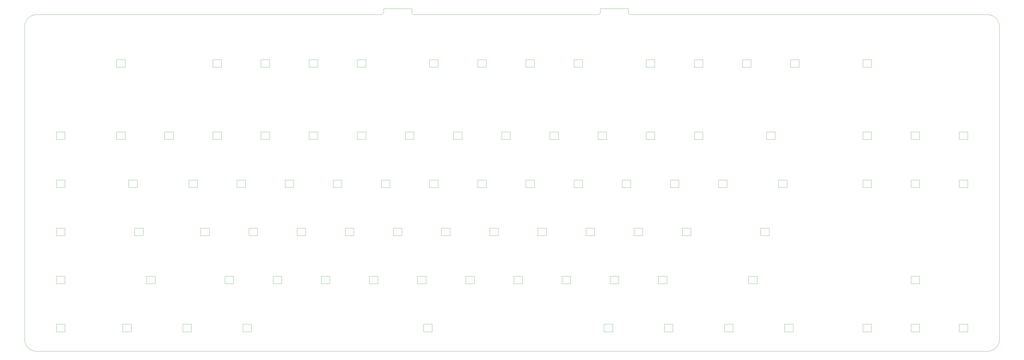
<source format=gm1>
%TF.GenerationSoftware,KiCad,Pcbnew,(5.1.10)-1*%
%TF.CreationDate,2021-10-11T22:19:29-04:00*%
%TF.ProjectId,custom_keyboard,63757374-6f6d-45f6-9b65-79626f617264,rev?*%
%TF.SameCoordinates,Original*%
%TF.FileFunction,Profile,NP*%
%FSLAX46Y46*%
G04 Gerber Fmt 4.6, Leading zero omitted, Abs format (unit mm)*
G04 Created by KiCad (PCBNEW (5.1.10)-1) date 2021-10-11 22:19:29*
%MOMM*%
%LPD*%
G01*
G04 APERTURE LIST*
%TA.AperFunction,Profile*%
%ADD10C,0.100000*%
%TD*%
%TA.AperFunction,Profile*%
%ADD11C,0.050000*%
%TD*%
G04 APERTURE END LIST*
D10*
X138897500Y-174614000D02*
X275413900Y-174614000D01*
X361133500Y-174614000D02*
X288113100Y-174614000D01*
X515111300Y-174614000D02*
X373832700Y-174614000D01*
X373832700Y-174614000D02*
G75*
G02*
X373039000Y-173820300I0J793700D01*
G01*
X361927200Y-173820300D02*
G75*
G02*
X361133500Y-174614000I-793700J0D01*
G01*
X361927200Y-172232900D02*
X361927200Y-173820300D01*
X373039000Y-172232900D02*
X361927200Y-172232900D01*
X373039000Y-173820300D02*
X373039000Y-172232900D01*
X276207600Y-173820300D02*
G75*
G02*
X275413900Y-174614000I-793700J0D01*
G01*
X288113100Y-174614000D02*
G75*
G02*
X287319400Y-173820300I0J793700D01*
G01*
X276207600Y-172232900D02*
X276207600Y-173820300D01*
X287319400Y-172232900D02*
X287319400Y-173820300D01*
X276207600Y-172232900D02*
X287319400Y-172232900D01*
X138897500Y-307955600D02*
X515111300Y-307955600D01*
X519873500Y-303193400D02*
X519873500Y-179376200D01*
X519873500Y-303193400D02*
G75*
G02*
X515111300Y-307955600I-4762200J0D01*
G01*
X515111300Y-174614000D02*
G75*
G02*
X519873500Y-179376200I0J-4762200D01*
G01*
X134135300Y-179376200D02*
G75*
G02*
X138897500Y-174614000I4762200J0D01*
G01*
X134135300Y-303193400D02*
X134135300Y-179376200D01*
X138897500Y-307955600D02*
G75*
G02*
X134135300Y-303193400I0J4762200D01*
G01*
D11*
%TO.C,MX1*%
X170532900Y-192450600D02*
X173932900Y-192450600D01*
X173932900Y-192450600D02*
X173932900Y-195450600D01*
X173932900Y-195450600D02*
X170532900Y-195450600D01*
X170532900Y-195450600D02*
X170532900Y-192450600D01*
%TO.C,MX2*%
X208630500Y-192450600D02*
X212030500Y-192450600D01*
X212030500Y-192450600D02*
X212030500Y-195450600D01*
X212030500Y-195450600D02*
X208630500Y-195450600D01*
X208630500Y-195450600D02*
X208630500Y-192450600D01*
%TO.C,MX3*%
X227679300Y-192450600D02*
X231079300Y-192450600D01*
X231079300Y-192450600D02*
X231079300Y-195450600D01*
X231079300Y-195450600D02*
X227679300Y-195450600D01*
X227679300Y-195450600D02*
X227679300Y-192450600D01*
%TO.C,MX4*%
X246728100Y-192450600D02*
X250128100Y-192450600D01*
X250128100Y-192450600D02*
X250128100Y-195450600D01*
X250128100Y-195450600D02*
X246728100Y-195450600D01*
X246728100Y-195450600D02*
X246728100Y-192450600D01*
%TO.C,MX5*%
X265776900Y-192450600D02*
X269176900Y-192450600D01*
X269176900Y-192450600D02*
X269176900Y-195450600D01*
X269176900Y-195450600D02*
X265776900Y-195450600D01*
X265776900Y-195450600D02*
X265776900Y-192450600D01*
%TO.C,MX6*%
X294350100Y-192450600D02*
X297750100Y-192450600D01*
X297750100Y-192450600D02*
X297750100Y-195450600D01*
X297750100Y-195450600D02*
X294350100Y-195450600D01*
X294350100Y-195450600D02*
X294350100Y-192450600D01*
%TO.C,MX7*%
X313398900Y-192450600D02*
X316798900Y-192450600D01*
X316798900Y-192450600D02*
X316798900Y-195450600D01*
X316798900Y-195450600D02*
X313398900Y-195450600D01*
X313398900Y-195450600D02*
X313398900Y-192450600D01*
%TO.C,MX8*%
X332447700Y-192450600D02*
X335847700Y-192450600D01*
X335847700Y-192450600D02*
X335847700Y-195450600D01*
X335847700Y-195450600D02*
X332447700Y-195450600D01*
X332447700Y-195450600D02*
X332447700Y-192450600D01*
%TO.C,MX9*%
X351496500Y-192450600D02*
X354896500Y-192450600D01*
X354896500Y-192450600D02*
X354896500Y-195450600D01*
X354896500Y-195450600D02*
X351496500Y-195450600D01*
X351496500Y-195450600D02*
X351496500Y-192450600D01*
%TO.C,MX10*%
X380069700Y-192450600D02*
X383469700Y-192450600D01*
X383469700Y-192450600D02*
X383469700Y-195450600D01*
X383469700Y-195450600D02*
X380069700Y-195450600D01*
X380069700Y-195450600D02*
X380069700Y-192450600D01*
%TO.C,MX11*%
X399118500Y-192450600D02*
X402518500Y-192450600D01*
X402518500Y-192450600D02*
X402518500Y-195450600D01*
X402518500Y-195450600D02*
X399118500Y-195450600D01*
X399118500Y-195450600D02*
X399118500Y-192450600D01*
%TO.C,MX12*%
X418167300Y-192450600D02*
X421567300Y-192450600D01*
X421567300Y-192450600D02*
X421567300Y-195450600D01*
X421567300Y-195450600D02*
X418167300Y-195450600D01*
X418167300Y-195450600D02*
X418167300Y-192450600D01*
%TO.C,MX13*%
X437216100Y-192450600D02*
X440616100Y-192450600D01*
X440616100Y-192450600D02*
X440616100Y-195450600D01*
X440616100Y-195450600D02*
X437216100Y-195450600D01*
X437216100Y-195450600D02*
X437216100Y-192450600D01*
%TO.C,MX14*%
X465789300Y-192450600D02*
X469189300Y-192450600D01*
X469189300Y-192450600D02*
X469189300Y-195450600D01*
X469189300Y-195450600D02*
X465789300Y-195450600D01*
X465789300Y-195450600D02*
X465789300Y-192450600D01*
%TO.C,MX15*%
X146721900Y-221023800D02*
X150121900Y-221023800D01*
X150121900Y-221023800D02*
X150121900Y-224023800D01*
X150121900Y-224023800D02*
X146721900Y-224023800D01*
X146721900Y-224023800D02*
X146721900Y-221023800D01*
%TO.C,MX16*%
X170532900Y-221023800D02*
X173932900Y-221023800D01*
X173932900Y-221023800D02*
X173932900Y-224023800D01*
X173932900Y-224023800D02*
X170532900Y-224023800D01*
X170532900Y-224023800D02*
X170532900Y-221023800D01*
%TO.C,MX17*%
X189581700Y-221023800D02*
X192981700Y-221023800D01*
X192981700Y-221023800D02*
X192981700Y-224023800D01*
X192981700Y-224023800D02*
X189581700Y-224023800D01*
X189581700Y-224023800D02*
X189581700Y-221023800D01*
%TO.C,MX18*%
X208630500Y-221023800D02*
X212030500Y-221023800D01*
X212030500Y-221023800D02*
X212030500Y-224023800D01*
X212030500Y-224023800D02*
X208630500Y-224023800D01*
X208630500Y-224023800D02*
X208630500Y-221023800D01*
%TO.C,MX19*%
X227679300Y-221023800D02*
X231079300Y-221023800D01*
X231079300Y-221023800D02*
X231079300Y-224023800D01*
X231079300Y-224023800D02*
X227679300Y-224023800D01*
X227679300Y-224023800D02*
X227679300Y-221023800D01*
%TO.C,MX20*%
X246728100Y-221023800D02*
X250128100Y-221023800D01*
X250128100Y-221023800D02*
X250128100Y-224023800D01*
X250128100Y-224023800D02*
X246728100Y-224023800D01*
X246728100Y-224023800D02*
X246728100Y-221023800D01*
%TO.C,MX21*%
X265776900Y-221023800D02*
X269176900Y-221023800D01*
X269176900Y-221023800D02*
X269176900Y-224023800D01*
X269176900Y-224023800D02*
X265776900Y-224023800D01*
X265776900Y-224023800D02*
X265776900Y-221023800D01*
%TO.C,MX22*%
X284825700Y-221023800D02*
X288225700Y-221023800D01*
X288225700Y-221023800D02*
X288225700Y-224023800D01*
X288225700Y-224023800D02*
X284825700Y-224023800D01*
X284825700Y-224023800D02*
X284825700Y-221023800D01*
%TO.C,MX23*%
X303874500Y-221023800D02*
X307274500Y-221023800D01*
X307274500Y-221023800D02*
X307274500Y-224023800D01*
X307274500Y-224023800D02*
X303874500Y-224023800D01*
X303874500Y-224023800D02*
X303874500Y-221023800D01*
%TO.C,MX24*%
X322923300Y-221023800D02*
X326323300Y-221023800D01*
X326323300Y-221023800D02*
X326323300Y-224023800D01*
X326323300Y-224023800D02*
X322923300Y-224023800D01*
X322923300Y-224023800D02*
X322923300Y-221023800D01*
%TO.C,MX25*%
X341972100Y-221023800D02*
X345372100Y-221023800D01*
X345372100Y-221023800D02*
X345372100Y-224023800D01*
X345372100Y-224023800D02*
X341972100Y-224023800D01*
X341972100Y-224023800D02*
X341972100Y-221023800D01*
%TO.C,MX26*%
X361020900Y-221023800D02*
X364420900Y-221023800D01*
X364420900Y-221023800D02*
X364420900Y-224023800D01*
X364420900Y-224023800D02*
X361020900Y-224023800D01*
X361020900Y-224023800D02*
X361020900Y-221023800D01*
%TO.C,MX27*%
X380069700Y-221023800D02*
X383469700Y-221023800D01*
X383469700Y-221023800D02*
X383469700Y-224023800D01*
X383469700Y-224023800D02*
X380069700Y-224023800D01*
X380069700Y-224023800D02*
X380069700Y-221023800D01*
%TO.C,MX28*%
X399118500Y-221023800D02*
X402518500Y-221023800D01*
X402518500Y-221023800D02*
X402518500Y-224023800D01*
X402518500Y-224023800D02*
X399118500Y-224023800D01*
X399118500Y-224023800D02*
X399118500Y-221023800D01*
%TO.C,MX29*%
X427691700Y-221023800D02*
X431091700Y-221023800D01*
X431091700Y-221023800D02*
X431091700Y-224023800D01*
X431091700Y-224023800D02*
X427691700Y-224023800D01*
X427691700Y-224023800D02*
X427691700Y-221023800D01*
%TO.C,MX30*%
X465789300Y-221023800D02*
X469189300Y-221023800D01*
X469189300Y-221023800D02*
X469189300Y-224023800D01*
X469189300Y-224023800D02*
X465789300Y-224023800D01*
X465789300Y-224023800D02*
X465789300Y-221023800D01*
%TO.C,MX31*%
X484838100Y-221023800D02*
X488238100Y-221023800D01*
X488238100Y-221023800D02*
X488238100Y-224023800D01*
X488238100Y-224023800D02*
X484838100Y-224023800D01*
X484838100Y-224023800D02*
X484838100Y-221023800D01*
%TO.C,MX32*%
X503886900Y-221023800D02*
X507286900Y-221023800D01*
X507286900Y-221023800D02*
X507286900Y-224023800D01*
X507286900Y-224023800D02*
X503886900Y-224023800D01*
X503886900Y-224023800D02*
X503886900Y-221023800D01*
%TO.C,MX33*%
X146721900Y-240072600D02*
X150121900Y-240072600D01*
X150121900Y-240072600D02*
X150121900Y-243072600D01*
X150121900Y-243072600D02*
X146721900Y-243072600D01*
X146721900Y-243072600D02*
X146721900Y-240072600D01*
%TO.C,MX34*%
X175295100Y-243072600D02*
X175295100Y-240072600D01*
X178695100Y-243072600D02*
X175295100Y-243072600D01*
X178695100Y-240072600D02*
X178695100Y-243072600D01*
X175295100Y-240072600D02*
X178695100Y-240072600D01*
%TO.C,MX35*%
X199106100Y-240072600D02*
X202506100Y-240072600D01*
X202506100Y-240072600D02*
X202506100Y-243072600D01*
X202506100Y-243072600D02*
X199106100Y-243072600D01*
X199106100Y-243072600D02*
X199106100Y-240072600D01*
%TO.C,MX36*%
X218154900Y-240072600D02*
X221554900Y-240072600D01*
X221554900Y-240072600D02*
X221554900Y-243072600D01*
X221554900Y-243072600D02*
X218154900Y-243072600D01*
X218154900Y-243072600D02*
X218154900Y-240072600D01*
%TO.C,MX37*%
X237203700Y-240072600D02*
X240603700Y-240072600D01*
X240603700Y-240072600D02*
X240603700Y-243072600D01*
X240603700Y-243072600D02*
X237203700Y-243072600D01*
X237203700Y-243072600D02*
X237203700Y-240072600D01*
%TO.C,MX38*%
X256252500Y-240072600D02*
X259652500Y-240072600D01*
X259652500Y-240072600D02*
X259652500Y-243072600D01*
X259652500Y-243072600D02*
X256252500Y-243072600D01*
X256252500Y-243072600D02*
X256252500Y-240072600D01*
%TO.C,MX39*%
X275301300Y-240072600D02*
X278701300Y-240072600D01*
X278701300Y-240072600D02*
X278701300Y-243072600D01*
X278701300Y-243072600D02*
X275301300Y-243072600D01*
X275301300Y-243072600D02*
X275301300Y-240072600D01*
%TO.C,MX40*%
X294350100Y-240072600D02*
X297750100Y-240072600D01*
X297750100Y-240072600D02*
X297750100Y-243072600D01*
X297750100Y-243072600D02*
X294350100Y-243072600D01*
X294350100Y-243072600D02*
X294350100Y-240072600D01*
%TO.C,MX41*%
X313398900Y-240072600D02*
X316798900Y-240072600D01*
X316798900Y-240072600D02*
X316798900Y-243072600D01*
X316798900Y-243072600D02*
X313398900Y-243072600D01*
X313398900Y-243072600D02*
X313398900Y-240072600D01*
%TO.C,MX42*%
X332447700Y-240072600D02*
X335847700Y-240072600D01*
X335847700Y-240072600D02*
X335847700Y-243072600D01*
X335847700Y-243072600D02*
X332447700Y-243072600D01*
X332447700Y-243072600D02*
X332447700Y-240072600D01*
%TO.C,MX43*%
X351496500Y-240072600D02*
X354896500Y-240072600D01*
X354896500Y-240072600D02*
X354896500Y-243072600D01*
X354896500Y-243072600D02*
X351496500Y-243072600D01*
X351496500Y-243072600D02*
X351496500Y-240072600D01*
%TO.C,MX45*%
X389594100Y-240072600D02*
X392994100Y-240072600D01*
X392994100Y-240072600D02*
X392994100Y-243072600D01*
X392994100Y-243072600D02*
X389594100Y-243072600D01*
X389594100Y-243072600D02*
X389594100Y-240072600D01*
%TO.C,MX46*%
X408642900Y-240072600D02*
X412042900Y-240072600D01*
X412042900Y-240072600D02*
X412042900Y-243072600D01*
X412042900Y-243072600D02*
X408642900Y-243072600D01*
X408642900Y-243072600D02*
X408642900Y-240072600D01*
%TO.C,MX48*%
X465789300Y-240072600D02*
X469189300Y-240072600D01*
X469189300Y-240072600D02*
X469189300Y-243072600D01*
X469189300Y-243072600D02*
X465789300Y-243072600D01*
X465789300Y-243072600D02*
X465789300Y-240072600D01*
%TO.C,MX49*%
X484838100Y-240072600D02*
X488238100Y-240072600D01*
X488238100Y-240072600D02*
X488238100Y-243072600D01*
X488238100Y-243072600D02*
X484838100Y-243072600D01*
X484838100Y-243072600D02*
X484838100Y-240072600D01*
%TO.C,MX51*%
X146721900Y-259121400D02*
X150121900Y-259121400D01*
X150121900Y-259121400D02*
X150121900Y-262121400D01*
X150121900Y-262121400D02*
X146721900Y-262121400D01*
X146721900Y-262121400D02*
X146721900Y-259121400D01*
%TO.C,MX52*%
X177676200Y-262121400D02*
X177676200Y-259121400D01*
X181076200Y-262121400D02*
X177676200Y-262121400D01*
X181076200Y-259121400D02*
X181076200Y-262121400D01*
X177676200Y-259121400D02*
X181076200Y-259121400D01*
%TO.C,MX53*%
X203810000Y-259121400D02*
X207210000Y-259121400D01*
X207210000Y-259121400D02*
X207210000Y-262121400D01*
X207210000Y-262121400D02*
X203810000Y-262121400D01*
X203810000Y-262121400D02*
X203810000Y-259121400D01*
%TO.C,MX54*%
X222917100Y-259121400D02*
X226317100Y-259121400D01*
X226317100Y-259121400D02*
X226317100Y-262121400D01*
X226317100Y-262121400D02*
X222917100Y-262121400D01*
X222917100Y-262121400D02*
X222917100Y-259121400D01*
%TO.C,MX55*%
X241965900Y-259121400D02*
X245365900Y-259121400D01*
X245365900Y-259121400D02*
X245365900Y-262121400D01*
X245365900Y-262121400D02*
X241965900Y-262121400D01*
X241965900Y-262121400D02*
X241965900Y-259121400D01*
%TO.C,MX56*%
X261014700Y-259121400D02*
X264414700Y-259121400D01*
X264414700Y-259121400D02*
X264414700Y-262121400D01*
X264414700Y-262121400D02*
X261014700Y-262121400D01*
X261014700Y-262121400D02*
X261014700Y-259121400D01*
%TO.C,MX57*%
X280063500Y-259121400D02*
X283463500Y-259121400D01*
X283463500Y-259121400D02*
X283463500Y-262121400D01*
X283463500Y-262121400D02*
X280063500Y-262121400D01*
X280063500Y-262121400D02*
X280063500Y-259121400D01*
%TO.C,MX59*%
X318161100Y-259121400D02*
X321561100Y-259121400D01*
X321561100Y-259121400D02*
X321561100Y-262121400D01*
X321561100Y-262121400D02*
X318161100Y-262121400D01*
X318161100Y-262121400D02*
X318161100Y-259121400D01*
%TO.C,MX60*%
X337209900Y-259121400D02*
X340609900Y-259121400D01*
X340609900Y-259121400D02*
X340609900Y-262121400D01*
X340609900Y-262121400D02*
X337209900Y-262121400D01*
X337209900Y-262121400D02*
X337209900Y-259121400D01*
%TO.C,MX61*%
X356258700Y-259121400D02*
X359658700Y-259121400D01*
X359658700Y-259121400D02*
X359658700Y-262121400D01*
X359658700Y-262121400D02*
X356258700Y-262121400D01*
X356258700Y-262121400D02*
X356258700Y-259121400D01*
%TO.C,MX63*%
X394356300Y-259121400D02*
X397756300Y-259121400D01*
X397756300Y-259121400D02*
X397756300Y-262121400D01*
X397756300Y-262121400D02*
X394356300Y-262121400D01*
X394356300Y-262121400D02*
X394356300Y-259121400D01*
%TO.C,MX65*%
X146721900Y-278170200D02*
X150121900Y-278170200D01*
X150121900Y-278170200D02*
X150121900Y-281170200D01*
X150121900Y-281170200D02*
X146721900Y-281170200D01*
X146721900Y-281170200D02*
X146721900Y-278170200D01*
%TO.C,MX66*%
X182438400Y-278170200D02*
X185838400Y-278170200D01*
X185838400Y-278170200D02*
X185838400Y-281170200D01*
X185838400Y-281170200D02*
X182438400Y-281170200D01*
X182438400Y-281170200D02*
X182438400Y-278170200D01*
%TO.C,MX67*%
X213392700Y-278170200D02*
X216792700Y-278170200D01*
X216792700Y-278170200D02*
X216792700Y-281170200D01*
X216792700Y-281170200D02*
X213392700Y-281170200D01*
X213392700Y-281170200D02*
X213392700Y-278170200D01*
%TO.C,MX68*%
X232441500Y-278170200D02*
X235841500Y-278170200D01*
X235841500Y-278170200D02*
X235841500Y-281170200D01*
X235841500Y-281170200D02*
X232441500Y-281170200D01*
X232441500Y-281170200D02*
X232441500Y-278170200D01*
%TO.C,MX69*%
X251490300Y-278170200D02*
X254890300Y-278170200D01*
X254890300Y-278170200D02*
X254890300Y-281170200D01*
X254890300Y-281170200D02*
X251490300Y-281170200D01*
X251490300Y-281170200D02*
X251490300Y-278170200D01*
%TO.C,MX70*%
X270539100Y-278170200D02*
X273939100Y-278170200D01*
X273939100Y-278170200D02*
X273939100Y-281170200D01*
X273939100Y-281170200D02*
X270539100Y-281170200D01*
X270539100Y-281170200D02*
X270539100Y-278170200D01*
%TO.C,MX71*%
X289587900Y-278170200D02*
X292987900Y-278170200D01*
X292987900Y-278170200D02*
X292987900Y-281170200D01*
X292987900Y-281170200D02*
X289587900Y-281170200D01*
X289587900Y-281170200D02*
X289587900Y-278170200D01*
%TO.C,MX72*%
X308636700Y-278170200D02*
X312036700Y-278170200D01*
X312036700Y-278170200D02*
X312036700Y-281170200D01*
X312036700Y-281170200D02*
X308636700Y-281170200D01*
X308636700Y-281170200D02*
X308636700Y-278170200D01*
%TO.C,MX73*%
X327685500Y-278170200D02*
X331085500Y-278170200D01*
X331085500Y-278170200D02*
X331085500Y-281170200D01*
X331085500Y-281170200D02*
X327685500Y-281170200D01*
X327685500Y-281170200D02*
X327685500Y-278170200D01*
%TO.C,MX74*%
X346734300Y-278170200D02*
X350134300Y-278170200D01*
X350134300Y-278170200D02*
X350134300Y-281170200D01*
X350134300Y-281170200D02*
X346734300Y-281170200D01*
X346734300Y-281170200D02*
X346734300Y-278170200D01*
%TO.C,MX75*%
X365783100Y-278170200D02*
X369183100Y-278170200D01*
X369183100Y-278170200D02*
X369183100Y-281170200D01*
X369183100Y-281170200D02*
X365783100Y-281170200D01*
X365783100Y-281170200D02*
X365783100Y-278170200D01*
%TO.C,MX76*%
X384831900Y-278170200D02*
X388231900Y-278170200D01*
X388231900Y-278170200D02*
X388231900Y-281170200D01*
X388231900Y-281170200D02*
X384831900Y-281170200D01*
X384831900Y-281170200D02*
X384831900Y-278170200D01*
%TO.C,MX77*%
X420548400Y-281170200D02*
X420548400Y-278170200D01*
X423948400Y-281170200D02*
X420548400Y-281170200D01*
X423948400Y-278170200D02*
X423948400Y-281170200D01*
X420548400Y-278170200D02*
X423948400Y-278170200D01*
%TO.C,MX78*%
X484838100Y-278170200D02*
X488238100Y-278170200D01*
X488238100Y-278170200D02*
X488238100Y-281170200D01*
X488238100Y-281170200D02*
X484838100Y-281170200D01*
X484838100Y-281170200D02*
X484838100Y-278170200D01*
%TO.C,MX79*%
X146721900Y-297219000D02*
X150121900Y-297219000D01*
X150121900Y-297219000D02*
X150121900Y-300219000D01*
X150121900Y-300219000D02*
X146721900Y-300219000D01*
X146721900Y-300219000D02*
X146721900Y-297219000D01*
%TO.C,MX80*%
X172914000Y-300219000D02*
X172914000Y-297219000D01*
X176314000Y-300219000D02*
X172914000Y-300219000D01*
X176314000Y-297219000D02*
X176314000Y-300219000D01*
X172914000Y-297219000D02*
X176314000Y-297219000D01*
%TO.C,MX81*%
X196725000Y-300219000D02*
X196725000Y-297219000D01*
X200125000Y-300219000D02*
X196725000Y-300219000D01*
X200125000Y-297219000D02*
X200125000Y-300219000D01*
X196725000Y-297219000D02*
X200125000Y-297219000D01*
%TO.C,MX82*%
X220536000Y-300219000D02*
X220536000Y-297219000D01*
X223936000Y-300219000D02*
X220536000Y-300219000D01*
X223936000Y-297219000D02*
X223936000Y-300219000D01*
X220536000Y-297219000D02*
X223936000Y-297219000D01*
%TO.C,MX85*%
X387213000Y-300219000D02*
X387213000Y-297219000D01*
X390613000Y-300219000D02*
X387213000Y-300219000D01*
X390613000Y-297219000D02*
X390613000Y-300219000D01*
X387213000Y-297219000D02*
X390613000Y-297219000D01*
%TO.C,MX86*%
X411024000Y-300219000D02*
X411024000Y-297219000D01*
X414424000Y-300219000D02*
X411024000Y-300219000D01*
X414424000Y-297219000D02*
X414424000Y-300219000D01*
X411024000Y-297219000D02*
X414424000Y-297219000D01*
%TO.C,MX89*%
X484838100Y-297219000D02*
X488238100Y-297219000D01*
X488238100Y-297219000D02*
X488238100Y-300219000D01*
X488238100Y-300219000D02*
X484838100Y-300219000D01*
X484838100Y-300219000D02*
X484838100Y-297219000D01*
%TO.C,MX84*%
X363402000Y-300219000D02*
X363402000Y-297219000D01*
X366802000Y-300219000D02*
X363402000Y-300219000D01*
X366802000Y-297219000D02*
X366802000Y-300219000D01*
X363402000Y-297219000D02*
X366802000Y-297219000D01*
%TO.C,MX64*%
X425310600Y-259121400D02*
X428710600Y-259121400D01*
X428710600Y-259121400D02*
X428710600Y-262121400D01*
X428710600Y-262121400D02*
X425310600Y-262121400D01*
X425310600Y-262121400D02*
X425310600Y-259121400D01*
%TO.C,MX47*%
X432453900Y-243072600D02*
X432453900Y-240072600D01*
X435853900Y-243072600D02*
X432453900Y-243072600D01*
X435853900Y-240072600D02*
X435853900Y-243072600D01*
X432453900Y-240072600D02*
X435853900Y-240072600D01*
%TO.C,MX44*%
X370545300Y-240072600D02*
X373945300Y-240072600D01*
X373945300Y-240072600D02*
X373945300Y-243072600D01*
X373945300Y-243072600D02*
X370545300Y-243072600D01*
X370545300Y-243072600D02*
X370545300Y-240072600D01*
%TO.C,MX83*%
X291969000Y-300219000D02*
X291969000Y-297219000D01*
X295369000Y-300219000D02*
X291969000Y-300219000D01*
X295369000Y-297219000D02*
X295369000Y-300219000D01*
X291969000Y-297219000D02*
X295369000Y-297219000D01*
%TO.C,MX88*%
X465789300Y-297219000D02*
X469189300Y-297219000D01*
X469189300Y-297219000D02*
X469189300Y-300219000D01*
X469189300Y-300219000D02*
X465789300Y-300219000D01*
X465789300Y-300219000D02*
X465789300Y-297219000D01*
%TO.C,MX87*%
X434835000Y-300219000D02*
X434835000Y-297219000D01*
X438235000Y-300219000D02*
X434835000Y-300219000D01*
X438235000Y-297219000D02*
X438235000Y-300219000D01*
X434835000Y-297219000D02*
X438235000Y-297219000D01*
%TO.C,MX50*%
X503886900Y-240072600D02*
X507286900Y-240072600D01*
X507286900Y-240072600D02*
X507286900Y-243072600D01*
X507286900Y-243072600D02*
X503886900Y-243072600D01*
X503886900Y-243072600D02*
X503886900Y-240072600D01*
%TO.C,MX90*%
X503886900Y-297219000D02*
X507286900Y-297219000D01*
X507286900Y-297219000D02*
X507286900Y-300219000D01*
X507286900Y-300219000D02*
X503886900Y-300219000D01*
X503886900Y-300219000D02*
X503886900Y-297219000D01*
%TO.C,MX58*%
X299112300Y-259121400D02*
X302512300Y-259121400D01*
X302512300Y-259121400D02*
X302512300Y-262121400D01*
X302512300Y-262121400D02*
X299112300Y-262121400D01*
X299112300Y-262121400D02*
X299112300Y-259121400D01*
%TO.C,MX62*%
X375307500Y-259121400D02*
X378707500Y-259121400D01*
X378707500Y-259121400D02*
X378707500Y-262121400D01*
X378707500Y-262121400D02*
X375307500Y-262121400D01*
X375307500Y-262121400D02*
X375307500Y-259121400D01*
%TD*%
M02*

</source>
